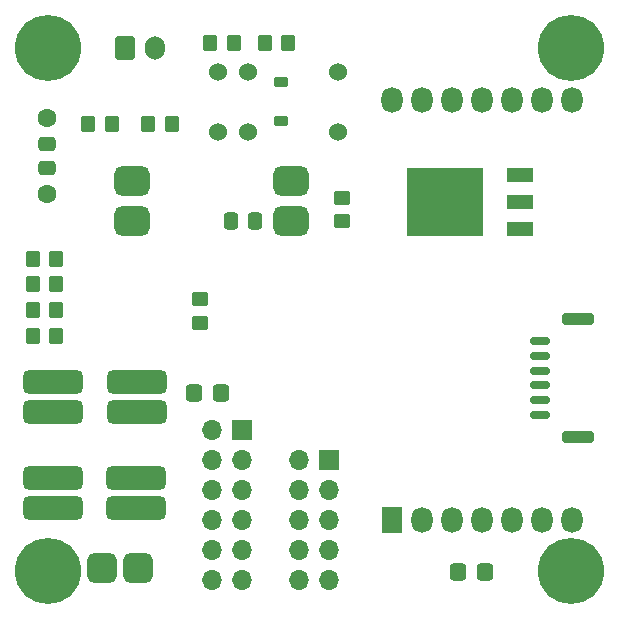
<source format=gbs>
G04 #@! TF.GenerationSoftware,KiCad,Pcbnew,7.0.9*
G04 #@! TF.CreationDate,2024-07-05T17:08:16+09:00*
G04 #@! TF.ProjectId,YAMADAmain_correct,59414d41-4441-46d6-9169-6e5f636f7272,rev?*
G04 #@! TF.SameCoordinates,Original*
G04 #@! TF.FileFunction,Soldermask,Bot*
G04 #@! TF.FilePolarity,Negative*
%FSLAX46Y46*%
G04 Gerber Fmt 4.6, Leading zero omitted, Abs format (unit mm)*
G04 Created by KiCad (PCBNEW 7.0.9) date 2024-07-05 17:08:16*
%MOMM*%
%LPD*%
G01*
G04 APERTURE LIST*
G04 Aperture macros list*
%AMRoundRect*
0 Rectangle with rounded corners*
0 $1 Rounding radius*
0 $2 $3 $4 $5 $6 $7 $8 $9 X,Y pos of 4 corners*
0 Add a 4 corners polygon primitive as box body*
4,1,4,$2,$3,$4,$5,$6,$7,$8,$9,$2,$3,0*
0 Add four circle primitives for the rounded corners*
1,1,$1+$1,$2,$3*
1,1,$1+$1,$4,$5*
1,1,$1+$1,$6,$7*
1,1,$1+$1,$8,$9*
0 Add four rect primitives between the rounded corners*
20,1,$1+$1,$2,$3,$4,$5,0*
20,1,$1+$1,$4,$5,$6,$7,0*
20,1,$1+$1,$6,$7,$8,$9,0*
20,1,$1+$1,$8,$9,$2,$3,0*%
G04 Aperture macros list end*
%ADD10RoundRect,0.635000X0.635000X0.635000X-0.635000X0.635000X-0.635000X-0.635000X0.635000X-0.635000X0*%
%ADD11O,1.800000X2.200000*%
%ADD12R,1.800000X2.200000*%
%ADD13C,1.000000*%
%ADD14C,5.600000*%
%ADD15C,1.524000*%
%ADD16RoundRect,0.625000X-0.875000X-0.625000X0.875000X-0.625000X0.875000X0.625000X-0.875000X0.625000X0*%
%ADD17R,1.700000X1.700000*%
%ADD18O,1.700000X1.700000*%
%ADD19C,1.600000*%
%ADD20RoundRect,0.292875X0.394625X0.432125X-0.394625X0.432125X-0.394625X-0.432125X0.394625X-0.432125X0*%
%ADD21O,1.700000X2.000000*%
%ADD22RoundRect,0.250000X-0.600000X-0.750000X0.600000X-0.750000X0.600000X0.750000X-0.600000X0.750000X0*%
%ADD23RoundRect,0.250000X-0.350000X-0.450000X0.350000X-0.450000X0.350000X0.450000X-0.350000X0.450000X0*%
%ADD24RoundRect,0.250000X-1.100000X0.250000X-1.100000X-0.250000X1.100000X-0.250000X1.100000X0.250000X0*%
%ADD25RoundRect,0.150000X-0.700000X0.150000X-0.700000X-0.150000X0.700000X-0.150000X0.700000X0.150000X0*%
%ADD26RoundRect,0.292875X-0.394625X-0.432125X0.394625X-0.432125X0.394625X0.432125X-0.394625X0.432125X0*%
%ADD27RoundRect,0.508000X2.032000X-0.508000X2.032000X0.508000X-2.032000X0.508000X-2.032000X-0.508000X0*%
%ADD28RoundRect,0.250000X0.337500X0.475000X-0.337500X0.475000X-0.337500X-0.475000X0.337500X-0.475000X0*%
%ADD29RoundRect,0.225000X0.375000X-0.225000X0.375000X0.225000X-0.375000X0.225000X-0.375000X-0.225000X0*%
%ADD30RoundRect,0.250000X0.350000X0.450000X-0.350000X0.450000X-0.350000X-0.450000X0.350000X-0.450000X0*%
%ADD31RoundRect,0.250000X0.475000X-0.337500X0.475000X0.337500X-0.475000X0.337500X-0.475000X-0.337500X0*%
%ADD32R,2.200000X1.200000*%
%ADD33R,6.400000X5.800000*%
%ADD34RoundRect,0.250000X0.450000X-0.350000X0.450000X0.350000X-0.450000X0.350000X-0.450000X-0.350000X0*%
G04 APERTURE END LIST*
D10*
X123824000Y-114300000D03*
X120776000Y-114300000D03*
D11*
X145362000Y-74676000D03*
X147902000Y-74676000D03*
X150442000Y-74676000D03*
X152982000Y-74676000D03*
X155522000Y-74676000D03*
X158062000Y-74676000D03*
X160602000Y-74676000D03*
X160602000Y-110236000D03*
X158062000Y-110236000D03*
X155522000Y-110236000D03*
X152982000Y-110236000D03*
X150442000Y-110236000D03*
X147902000Y-110236000D03*
D12*
X145362000Y-110236000D03*
D13*
X114040000Y-70310000D03*
X114684370Y-68754370D03*
X114684370Y-71865630D03*
X116240000Y-68110000D03*
D14*
X116240000Y-70310000D03*
D13*
X116240000Y-72510000D03*
X117795630Y-68754370D03*
X117795630Y-71865630D03*
X118440000Y-70310000D03*
D15*
X140790000Y-72320000D03*
X133170000Y-72320000D03*
X130630000Y-72320000D03*
X140790000Y-77400000D03*
X133170000Y-77400000D03*
X130630000Y-77400000D03*
D16*
X123310000Y-81560000D03*
X123310000Y-84960000D03*
X136810000Y-81560000D03*
X136810000Y-84960000D03*
D17*
X132642000Y-102616000D03*
D18*
X130102000Y-102616000D03*
X132642000Y-105156000D03*
X130102000Y-105156000D03*
X132642000Y-107696000D03*
X130102000Y-107696000D03*
X132642000Y-110236000D03*
X130102000Y-110236000D03*
X132642000Y-112776000D03*
X130102000Y-112776000D03*
X132642000Y-115316000D03*
X130102000Y-115316000D03*
D13*
X158310000Y-70310000D03*
X158954370Y-68754370D03*
X158954370Y-71865630D03*
X160510000Y-68110000D03*
D14*
X160510000Y-70310000D03*
D13*
X160510000Y-72510000D03*
X162065630Y-68754370D03*
X162065630Y-71865630D03*
X162710000Y-70310000D03*
D18*
X137488000Y-115316000D03*
X140028000Y-115316000D03*
X137488000Y-112776000D03*
X140028000Y-112776000D03*
X137488000Y-110236000D03*
X140028000Y-110236000D03*
X137488000Y-107696000D03*
X140028000Y-107696000D03*
X137488000Y-105156000D03*
D17*
X140028000Y-105156000D03*
D19*
X116152000Y-76200000D03*
X116152000Y-82700000D03*
D20*
X128585000Y-99560000D03*
X130860000Y-99560000D03*
D13*
X114010000Y-114610000D03*
X114654370Y-113054370D03*
X114654370Y-116165630D03*
X116210000Y-112410000D03*
D14*
X116210000Y-114610000D03*
D13*
X116210000Y-116810000D03*
X117765630Y-113054370D03*
X117765630Y-116165630D03*
X118410000Y-114610000D03*
X158310000Y-114610000D03*
X158954370Y-113054370D03*
X158954370Y-116165630D03*
X160510000Y-112410000D03*
D14*
X160510000Y-114610000D03*
D13*
X160510000Y-116810000D03*
X162065630Y-113054370D03*
X162065630Y-116165630D03*
X162710000Y-114610000D03*
D21*
X125276000Y-70341000D03*
D22*
X122776000Y-70341000D03*
D23*
X116914000Y-90322400D03*
X114914000Y-90322400D03*
D24*
X161058000Y-103233000D03*
X161058000Y-93283000D03*
D25*
X157858000Y-101383000D03*
X157858000Y-100133000D03*
X157858000Y-98883000D03*
X157858000Y-97633000D03*
X157858000Y-96383000D03*
X157858000Y-95133000D03*
D26*
X153255900Y-114686400D03*
X150980900Y-114686400D03*
D27*
X123755000Y-98607999D03*
X123755000Y-101147999D03*
D28*
X131708500Y-84960000D03*
X133783500Y-84960000D03*
D23*
X116914000Y-92506800D03*
X114914000Y-92506800D03*
X116914000Y-94691200D03*
X114914000Y-94691200D03*
X116914000Y-88176000D03*
X114914000Y-88176000D03*
D27*
X116634600Y-106685199D03*
X116634600Y-109225199D03*
X116634600Y-98552000D03*
X116634600Y-101092000D03*
X123704200Y-106730800D03*
X123704200Y-109270800D03*
D29*
X135964000Y-73210000D03*
X135964000Y-76510000D03*
D30*
X134560000Y-69850000D03*
X136560000Y-69850000D03*
X119638400Y-76708000D03*
X121638400Y-76708000D03*
D31*
X116152000Y-78412500D03*
X116152000Y-80487500D03*
D30*
X129960000Y-69850000D03*
X131960000Y-69850000D03*
D32*
X156160000Y-85640000D03*
D33*
X149860000Y-83360000D03*
D32*
X156160000Y-83360000D03*
X156160000Y-81080000D03*
D34*
X141128000Y-82987000D03*
X141128000Y-84987000D03*
D30*
X124718400Y-76708000D03*
X126718400Y-76708000D03*
D34*
X129060000Y-91560000D03*
X129060000Y-93560000D03*
M02*

</source>
